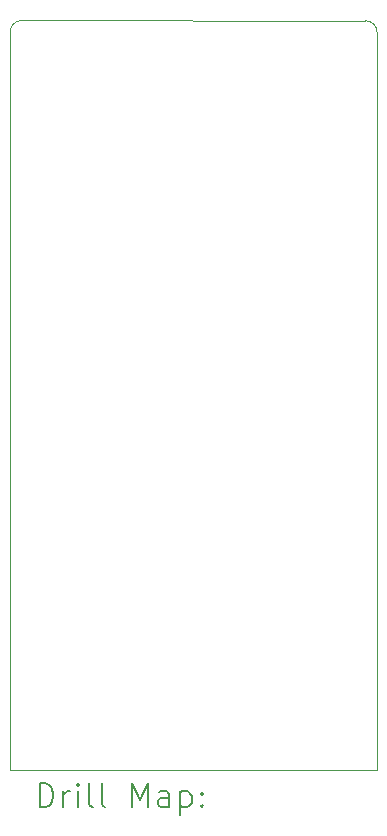
<source format=gbr>
%FSLAX45Y45*%
G04 Gerber Fmt 4.5, Leading zero omitted, Abs format (unit mm)*
G04 Created by KiCad (PCBNEW (5.99.0-8075-g8416c1fc37)) date 2021-06-30 13:11:51*
%MOMM*%
%LPD*%
G01*
G04 APERTURE LIST*
%TA.AperFunction,Profile*%
%ADD10C,0.100000*%
%TD*%
%ADD11C,0.200000*%
G04 APERTURE END LIST*
D10*
X18350000Y-6052319D02*
G75*
G02*
X18450000Y-6150000I-21J-100049D01*
G01*
X15340000Y-12395000D02*
X15342340Y-6150000D01*
X15442340Y-6050000D02*
X18350000Y-6052319D01*
X18450000Y-12395000D02*
X18450000Y-6150000D01*
X15342340Y-6150000D02*
G75*
G02*
X15442340Y-6050000I99956J44D01*
G01*
X15340000Y-12395000D02*
X18450000Y-12395000D01*
D11*
X15592619Y-12710476D02*
X15592619Y-12510476D01*
X15640238Y-12510476D01*
X15668809Y-12520000D01*
X15687857Y-12539048D01*
X15697381Y-12558095D01*
X15706905Y-12596190D01*
X15706905Y-12624762D01*
X15697381Y-12662857D01*
X15687857Y-12681905D01*
X15668809Y-12700952D01*
X15640238Y-12710476D01*
X15592619Y-12710476D01*
X15792619Y-12710476D02*
X15792619Y-12577143D01*
X15792619Y-12615238D02*
X15802143Y-12596190D01*
X15811667Y-12586667D01*
X15830714Y-12577143D01*
X15849762Y-12577143D01*
X15916428Y-12710476D02*
X15916428Y-12577143D01*
X15916428Y-12510476D02*
X15906905Y-12520000D01*
X15916428Y-12529524D01*
X15925952Y-12520000D01*
X15916428Y-12510476D01*
X15916428Y-12529524D01*
X16040238Y-12710476D02*
X16021190Y-12700952D01*
X16011667Y-12681905D01*
X16011667Y-12510476D01*
X16145000Y-12710476D02*
X16125952Y-12700952D01*
X16116428Y-12681905D01*
X16116428Y-12510476D01*
X16373571Y-12710476D02*
X16373571Y-12510476D01*
X16440238Y-12653333D01*
X16506905Y-12510476D01*
X16506905Y-12710476D01*
X16687857Y-12710476D02*
X16687857Y-12605714D01*
X16678333Y-12586667D01*
X16659286Y-12577143D01*
X16621190Y-12577143D01*
X16602143Y-12586667D01*
X16687857Y-12700952D02*
X16668809Y-12710476D01*
X16621190Y-12710476D01*
X16602143Y-12700952D01*
X16592619Y-12681905D01*
X16592619Y-12662857D01*
X16602143Y-12643809D01*
X16621190Y-12634286D01*
X16668809Y-12634286D01*
X16687857Y-12624762D01*
X16783095Y-12577143D02*
X16783095Y-12777143D01*
X16783095Y-12586667D02*
X16802143Y-12577143D01*
X16840238Y-12577143D01*
X16859286Y-12586667D01*
X16868810Y-12596190D01*
X16878333Y-12615238D01*
X16878333Y-12672381D01*
X16868810Y-12691428D01*
X16859286Y-12700952D01*
X16840238Y-12710476D01*
X16802143Y-12710476D01*
X16783095Y-12700952D01*
X16964048Y-12691428D02*
X16973571Y-12700952D01*
X16964048Y-12710476D01*
X16954524Y-12700952D01*
X16964048Y-12691428D01*
X16964048Y-12710476D01*
X16964048Y-12586667D02*
X16973571Y-12596190D01*
X16964048Y-12605714D01*
X16954524Y-12596190D01*
X16964048Y-12586667D01*
X16964048Y-12605714D01*
M02*

</source>
